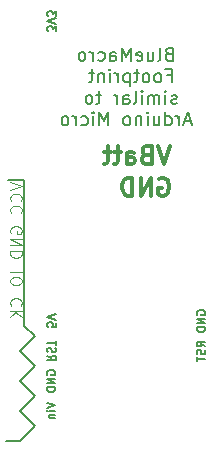
<source format=gbr>
G04 #@! TF.GenerationSoftware,KiCad,Pcbnew,(5.0.0)*
G04 #@! TF.CreationDate,2020-04-28T00:09:20-06:00*
G04 #@! TF.ProjectId,BlueMacro,426C75654D6163726F2E6B696361645F,rev?*
G04 #@! TF.SameCoordinates,Original*
G04 #@! TF.FileFunction,Legend,Bot*
G04 #@! TF.FilePolarity,Positive*
%FSLAX46Y46*%
G04 Gerber Fmt 4.6, Leading zero omitted, Abs format (unit mm)*
G04 Created by KiCad (PCBNEW (5.0.0)) date 04/28/20 00:09:20*
%MOMM*%
%LPD*%
G01*
G04 APERTURE LIST*
%ADD10C,0.170000*%
%ADD11C,0.300000*%
%ADD12C,0.200000*%
%ADD13C,0.100000*%
%ADD14C,0.150000*%
G04 APERTURE END LIST*
D10*
X51874285Y-35799428D02*
X51717142Y-35851809D01*
X51664761Y-35904190D01*
X51612380Y-36008952D01*
X51612380Y-36166095D01*
X51664761Y-36270857D01*
X51717142Y-36323238D01*
X51821904Y-36375619D01*
X52240952Y-36375619D01*
X52240952Y-35275619D01*
X51874285Y-35275619D01*
X51769523Y-35328000D01*
X51717142Y-35380380D01*
X51664761Y-35485142D01*
X51664761Y-35589904D01*
X51717142Y-35694666D01*
X51769523Y-35747047D01*
X51874285Y-35799428D01*
X52240952Y-35799428D01*
X50983809Y-36375619D02*
X51088571Y-36323238D01*
X51140952Y-36218476D01*
X51140952Y-35275619D01*
X50093333Y-35642285D02*
X50093333Y-36375619D01*
X50564761Y-35642285D02*
X50564761Y-36218476D01*
X50512380Y-36323238D01*
X50407619Y-36375619D01*
X50250476Y-36375619D01*
X50145714Y-36323238D01*
X50093333Y-36270857D01*
X49150476Y-36323238D02*
X49255238Y-36375619D01*
X49464761Y-36375619D01*
X49569523Y-36323238D01*
X49621904Y-36218476D01*
X49621904Y-35799428D01*
X49569523Y-35694666D01*
X49464761Y-35642285D01*
X49255238Y-35642285D01*
X49150476Y-35694666D01*
X49098095Y-35799428D01*
X49098095Y-35904190D01*
X49621904Y-36008952D01*
X48626666Y-36375619D02*
X48626666Y-35275619D01*
X48260000Y-36061333D01*
X47893333Y-35275619D01*
X47893333Y-36375619D01*
X46898095Y-36375619D02*
X46898095Y-35799428D01*
X46950476Y-35694666D01*
X47055238Y-35642285D01*
X47264761Y-35642285D01*
X47369523Y-35694666D01*
X46898095Y-36323238D02*
X47002857Y-36375619D01*
X47264761Y-36375619D01*
X47369523Y-36323238D01*
X47421904Y-36218476D01*
X47421904Y-36113714D01*
X47369523Y-36008952D01*
X47264761Y-35956571D01*
X47002857Y-35956571D01*
X46898095Y-35904190D01*
X45902857Y-36323238D02*
X46007619Y-36375619D01*
X46217142Y-36375619D01*
X46321904Y-36323238D01*
X46374285Y-36270857D01*
X46426666Y-36166095D01*
X46426666Y-35851809D01*
X46374285Y-35747047D01*
X46321904Y-35694666D01*
X46217142Y-35642285D01*
X46007619Y-35642285D01*
X45902857Y-35694666D01*
X45431428Y-36375619D02*
X45431428Y-35642285D01*
X45431428Y-35851809D02*
X45379047Y-35747047D01*
X45326666Y-35694666D01*
X45221904Y-35642285D01*
X45117142Y-35642285D01*
X44593333Y-36375619D02*
X44698095Y-36323238D01*
X44750476Y-36270857D01*
X44802857Y-36166095D01*
X44802857Y-35851809D01*
X44750476Y-35747047D01*
X44698095Y-35694666D01*
X44593333Y-35642285D01*
X44436190Y-35642285D01*
X44331428Y-35694666D01*
X44279047Y-35747047D01*
X44226666Y-35851809D01*
X44226666Y-36166095D01*
X44279047Y-36270857D01*
X44331428Y-36323238D01*
X44436190Y-36375619D01*
X44593333Y-36375619D01*
X51743333Y-37619428D02*
X52110000Y-37619428D01*
X52110000Y-38195619D02*
X52110000Y-37095619D01*
X51586190Y-37095619D01*
X51010000Y-38195619D02*
X51114761Y-38143238D01*
X51167142Y-38090857D01*
X51219523Y-37986095D01*
X51219523Y-37671809D01*
X51167142Y-37567047D01*
X51114761Y-37514666D01*
X51010000Y-37462285D01*
X50852857Y-37462285D01*
X50748095Y-37514666D01*
X50695714Y-37567047D01*
X50643333Y-37671809D01*
X50643333Y-37986095D01*
X50695714Y-38090857D01*
X50748095Y-38143238D01*
X50852857Y-38195619D01*
X51010000Y-38195619D01*
X50014761Y-38195619D02*
X50119523Y-38143238D01*
X50171904Y-38090857D01*
X50224285Y-37986095D01*
X50224285Y-37671809D01*
X50171904Y-37567047D01*
X50119523Y-37514666D01*
X50014761Y-37462285D01*
X49857619Y-37462285D01*
X49752857Y-37514666D01*
X49700476Y-37567047D01*
X49648095Y-37671809D01*
X49648095Y-37986095D01*
X49700476Y-38090857D01*
X49752857Y-38143238D01*
X49857619Y-38195619D01*
X50014761Y-38195619D01*
X49333809Y-37462285D02*
X48914761Y-37462285D01*
X49176666Y-37095619D02*
X49176666Y-38038476D01*
X49124285Y-38143238D01*
X49019523Y-38195619D01*
X48914761Y-38195619D01*
X48548095Y-37462285D02*
X48548095Y-38562285D01*
X48548095Y-37514666D02*
X48443333Y-37462285D01*
X48233809Y-37462285D01*
X48129047Y-37514666D01*
X48076666Y-37567047D01*
X48024285Y-37671809D01*
X48024285Y-37986095D01*
X48076666Y-38090857D01*
X48129047Y-38143238D01*
X48233809Y-38195619D01*
X48443333Y-38195619D01*
X48548095Y-38143238D01*
X47552857Y-38195619D02*
X47552857Y-37462285D01*
X47552857Y-37671809D02*
X47500476Y-37567047D01*
X47448095Y-37514666D01*
X47343333Y-37462285D01*
X47238571Y-37462285D01*
X46871904Y-38195619D02*
X46871904Y-37462285D01*
X46871904Y-37095619D02*
X46924285Y-37148000D01*
X46871904Y-37200380D01*
X46819523Y-37148000D01*
X46871904Y-37095619D01*
X46871904Y-37200380D01*
X46348095Y-37462285D02*
X46348095Y-38195619D01*
X46348095Y-37567047D02*
X46295714Y-37514666D01*
X46190952Y-37462285D01*
X46033809Y-37462285D01*
X45929047Y-37514666D01*
X45876666Y-37619428D01*
X45876666Y-38195619D01*
X45510000Y-37462285D02*
X45090952Y-37462285D01*
X45352857Y-37095619D02*
X45352857Y-38038476D01*
X45300476Y-38143238D01*
X45195714Y-38195619D01*
X45090952Y-38195619D01*
X52529047Y-39963238D02*
X52424285Y-40015619D01*
X52214761Y-40015619D01*
X52110000Y-39963238D01*
X52057619Y-39858476D01*
X52057619Y-39806095D01*
X52110000Y-39701333D01*
X52214761Y-39648952D01*
X52371904Y-39648952D01*
X52476666Y-39596571D01*
X52529047Y-39491809D01*
X52529047Y-39439428D01*
X52476666Y-39334666D01*
X52371904Y-39282285D01*
X52214761Y-39282285D01*
X52110000Y-39334666D01*
X51586190Y-40015619D02*
X51586190Y-39282285D01*
X51586190Y-38915619D02*
X51638571Y-38968000D01*
X51586190Y-39020380D01*
X51533809Y-38968000D01*
X51586190Y-38915619D01*
X51586190Y-39020380D01*
X51062380Y-40015619D02*
X51062380Y-39282285D01*
X51062380Y-39387047D02*
X51010000Y-39334666D01*
X50905238Y-39282285D01*
X50748095Y-39282285D01*
X50643333Y-39334666D01*
X50590952Y-39439428D01*
X50590952Y-40015619D01*
X50590952Y-39439428D02*
X50538571Y-39334666D01*
X50433809Y-39282285D01*
X50276666Y-39282285D01*
X50171904Y-39334666D01*
X50119523Y-39439428D01*
X50119523Y-40015619D01*
X49595714Y-40015619D02*
X49595714Y-39282285D01*
X49595714Y-38915619D02*
X49648095Y-38968000D01*
X49595714Y-39020380D01*
X49543333Y-38968000D01*
X49595714Y-38915619D01*
X49595714Y-39020380D01*
X48914761Y-40015619D02*
X49019523Y-39963238D01*
X49071904Y-39858476D01*
X49071904Y-38915619D01*
X48024285Y-40015619D02*
X48024285Y-39439428D01*
X48076666Y-39334666D01*
X48181428Y-39282285D01*
X48390952Y-39282285D01*
X48495714Y-39334666D01*
X48024285Y-39963238D02*
X48129047Y-40015619D01*
X48390952Y-40015619D01*
X48495714Y-39963238D01*
X48548095Y-39858476D01*
X48548095Y-39753714D01*
X48495714Y-39648952D01*
X48390952Y-39596571D01*
X48129047Y-39596571D01*
X48024285Y-39544190D01*
X47500476Y-40015619D02*
X47500476Y-39282285D01*
X47500476Y-39491809D02*
X47448095Y-39387047D01*
X47395714Y-39334666D01*
X47290952Y-39282285D01*
X47186190Y-39282285D01*
X46138571Y-39282285D02*
X45719523Y-39282285D01*
X45981428Y-38915619D02*
X45981428Y-39858476D01*
X45929047Y-39963238D01*
X45824285Y-40015619D01*
X45719523Y-40015619D01*
X45195714Y-40015619D02*
X45300476Y-39963238D01*
X45352857Y-39910857D01*
X45405238Y-39806095D01*
X45405238Y-39491809D01*
X45352857Y-39387047D01*
X45300476Y-39334666D01*
X45195714Y-39282285D01*
X45038571Y-39282285D01*
X44933809Y-39334666D01*
X44881428Y-39387047D01*
X44829047Y-39491809D01*
X44829047Y-39806095D01*
X44881428Y-39910857D01*
X44933809Y-39963238D01*
X45038571Y-40015619D01*
X45195714Y-40015619D01*
X53733809Y-41521333D02*
X53210000Y-41521333D01*
X53838571Y-41835619D02*
X53471904Y-40735619D01*
X53105238Y-41835619D01*
X52738571Y-41835619D02*
X52738571Y-41102285D01*
X52738571Y-41311809D02*
X52686190Y-41207047D01*
X52633809Y-41154666D01*
X52529047Y-41102285D01*
X52424285Y-41102285D01*
X51586190Y-41835619D02*
X51586190Y-40735619D01*
X51586190Y-41783238D02*
X51690952Y-41835619D01*
X51900476Y-41835619D01*
X52005238Y-41783238D01*
X52057619Y-41730857D01*
X52110000Y-41626095D01*
X52110000Y-41311809D01*
X52057619Y-41207047D01*
X52005238Y-41154666D01*
X51900476Y-41102285D01*
X51690952Y-41102285D01*
X51586190Y-41154666D01*
X50590952Y-41102285D02*
X50590952Y-41835619D01*
X51062380Y-41102285D02*
X51062380Y-41678476D01*
X51010000Y-41783238D01*
X50905238Y-41835619D01*
X50748095Y-41835619D01*
X50643333Y-41783238D01*
X50590952Y-41730857D01*
X50067142Y-41835619D02*
X50067142Y-41102285D01*
X50067142Y-40735619D02*
X50119523Y-40788000D01*
X50067142Y-40840380D01*
X50014761Y-40788000D01*
X50067142Y-40735619D01*
X50067142Y-40840380D01*
X49543333Y-41102285D02*
X49543333Y-41835619D01*
X49543333Y-41207047D02*
X49490952Y-41154666D01*
X49386190Y-41102285D01*
X49229047Y-41102285D01*
X49124285Y-41154666D01*
X49071904Y-41259428D01*
X49071904Y-41835619D01*
X48390952Y-41835619D02*
X48495714Y-41783238D01*
X48548095Y-41730857D01*
X48600476Y-41626095D01*
X48600476Y-41311809D01*
X48548095Y-41207047D01*
X48495714Y-41154666D01*
X48390952Y-41102285D01*
X48233809Y-41102285D01*
X48129047Y-41154666D01*
X48076666Y-41207047D01*
X48024285Y-41311809D01*
X48024285Y-41626095D01*
X48076666Y-41730857D01*
X48129047Y-41783238D01*
X48233809Y-41835619D01*
X48390952Y-41835619D01*
X46714761Y-41835619D02*
X46714761Y-40735619D01*
X46348095Y-41521333D01*
X45981428Y-40735619D01*
X45981428Y-41835619D01*
X45457619Y-41835619D02*
X45457619Y-41102285D01*
X45457619Y-40735619D02*
X45510000Y-40788000D01*
X45457619Y-40840380D01*
X45405238Y-40788000D01*
X45457619Y-40735619D01*
X45457619Y-40840380D01*
X44462380Y-41783238D02*
X44567142Y-41835619D01*
X44776666Y-41835619D01*
X44881428Y-41783238D01*
X44933809Y-41730857D01*
X44986190Y-41626095D01*
X44986190Y-41311809D01*
X44933809Y-41207047D01*
X44881428Y-41154666D01*
X44776666Y-41102285D01*
X44567142Y-41102285D01*
X44462380Y-41154666D01*
X43990952Y-41835619D02*
X43990952Y-41102285D01*
X43990952Y-41311809D02*
X43938571Y-41207047D01*
X43886190Y-41154666D01*
X43781428Y-41102285D01*
X43676666Y-41102285D01*
X43152857Y-41835619D02*
X43257619Y-41783238D01*
X43310000Y-41730857D01*
X43362380Y-41626095D01*
X43362380Y-41311809D01*
X43310000Y-41207047D01*
X43257619Y-41154666D01*
X43152857Y-41102285D01*
X42995714Y-41102285D01*
X42890952Y-41154666D01*
X42838571Y-41207047D01*
X42786190Y-41311809D01*
X42786190Y-41626095D01*
X42838571Y-41730857D01*
X42890952Y-41783238D01*
X42995714Y-41835619D01*
X43152857Y-41835619D01*
D11*
X51053857Y-46367000D02*
X51196714Y-46295571D01*
X51411000Y-46295571D01*
X51625285Y-46367000D01*
X51768142Y-46509857D01*
X51839571Y-46652714D01*
X51911000Y-46938428D01*
X51911000Y-47152714D01*
X51839571Y-47438428D01*
X51768142Y-47581285D01*
X51625285Y-47724142D01*
X51411000Y-47795571D01*
X51268142Y-47795571D01*
X51053857Y-47724142D01*
X50982428Y-47652714D01*
X50982428Y-47152714D01*
X51268142Y-47152714D01*
X50339571Y-47795571D02*
X50339571Y-46295571D01*
X49482428Y-47795571D01*
X49482428Y-46295571D01*
X48768142Y-47795571D02*
X48768142Y-46295571D01*
X48411000Y-46295571D01*
X48196714Y-46367000D01*
X48053857Y-46509857D01*
X47982428Y-46652714D01*
X47911000Y-46938428D01*
X47911000Y-47152714D01*
X47982428Y-47438428D01*
X48053857Y-47581285D01*
X48196714Y-47724142D01*
X48411000Y-47795571D01*
X48768142Y-47795571D01*
X51934714Y-43628571D02*
X51434714Y-45128571D01*
X50934714Y-43628571D01*
X49934714Y-44342857D02*
X49720428Y-44414285D01*
X49649000Y-44485714D01*
X49577571Y-44628571D01*
X49577571Y-44842857D01*
X49649000Y-44985714D01*
X49720428Y-45057142D01*
X49863285Y-45128571D01*
X50434714Y-45128571D01*
X50434714Y-43628571D01*
X49934714Y-43628571D01*
X49791857Y-43700000D01*
X49720428Y-43771428D01*
X49649000Y-43914285D01*
X49649000Y-44057142D01*
X49720428Y-44200000D01*
X49791857Y-44271428D01*
X49934714Y-44342857D01*
X50434714Y-44342857D01*
X48291857Y-45128571D02*
X48291857Y-44342857D01*
X48363285Y-44200000D01*
X48506142Y-44128571D01*
X48791857Y-44128571D01*
X48934714Y-44200000D01*
X48291857Y-45057142D02*
X48434714Y-45128571D01*
X48791857Y-45128571D01*
X48934714Y-45057142D01*
X49006142Y-44914285D01*
X49006142Y-44771428D01*
X48934714Y-44628571D01*
X48791857Y-44557142D01*
X48434714Y-44557142D01*
X48291857Y-44485714D01*
X47791857Y-44128571D02*
X47220428Y-44128571D01*
X47577571Y-43628571D02*
X47577571Y-44914285D01*
X47506142Y-45057142D01*
X47363285Y-45128571D01*
X47220428Y-45128571D01*
X46934714Y-44128571D02*
X46363285Y-44128571D01*
X46720428Y-43628571D02*
X46720428Y-44914285D01*
X46649000Y-45057142D01*
X46506142Y-45128571D01*
X46363285Y-45128571D01*
D12*
X39624000Y-58801000D02*
X40513000Y-59690000D01*
X39243000Y-68580000D02*
X38100000Y-68580000D01*
X40513000Y-67310000D02*
X39243000Y-68580000D01*
X39243000Y-66040000D02*
X40513000Y-67310000D01*
X40513000Y-64770000D02*
X39243000Y-66040000D01*
X39243000Y-63500000D02*
X40513000Y-64770000D01*
X40513000Y-62230000D02*
X39243000Y-63500000D01*
X39243000Y-60960000D02*
X40513000Y-62230000D01*
X40513000Y-59690000D02*
X39243000Y-60960000D01*
X39624000Y-46482000D02*
X39624000Y-58801000D01*
X38227000Y-46482000D02*
X39624000Y-46482000D01*
D13*
X38441380Y-46689095D02*
X39441380Y-47022428D01*
X38441380Y-47355761D01*
X39346142Y-48260523D02*
X39393761Y-48212904D01*
X39441380Y-48070047D01*
X39441380Y-47974809D01*
X39393761Y-47831952D01*
X39298523Y-47736714D01*
X39203285Y-47689095D01*
X39012809Y-47641476D01*
X38869952Y-47641476D01*
X38679476Y-47689095D01*
X38584238Y-47736714D01*
X38489000Y-47831952D01*
X38441380Y-47974809D01*
X38441380Y-48070047D01*
X38489000Y-48212904D01*
X38536619Y-48260523D01*
X39346142Y-49260523D02*
X39393761Y-49212904D01*
X39441380Y-49070047D01*
X39441380Y-48974809D01*
X39393761Y-48831952D01*
X39298523Y-48736714D01*
X39203285Y-48689095D01*
X39012809Y-48641476D01*
X38869952Y-48641476D01*
X38679476Y-48689095D01*
X38584238Y-48736714D01*
X38489000Y-48831952D01*
X38441380Y-48974809D01*
X38441380Y-49070047D01*
X38489000Y-49212904D01*
X38536619Y-49260523D01*
X38489000Y-50974809D02*
X38441380Y-50879571D01*
X38441380Y-50736714D01*
X38489000Y-50593857D01*
X38584238Y-50498619D01*
X38679476Y-50451000D01*
X38869952Y-50403380D01*
X39012809Y-50403380D01*
X39203285Y-50451000D01*
X39298523Y-50498619D01*
X39393761Y-50593857D01*
X39441380Y-50736714D01*
X39441380Y-50831952D01*
X39393761Y-50974809D01*
X39346142Y-51022428D01*
X39012809Y-51022428D01*
X39012809Y-50831952D01*
X39441380Y-51451000D02*
X38441380Y-51451000D01*
X39441380Y-52022428D01*
X38441380Y-52022428D01*
X39441380Y-52498619D02*
X38441380Y-52498619D01*
X38441380Y-52736714D01*
X38489000Y-52879571D01*
X38584238Y-52974809D01*
X38679476Y-53022428D01*
X38869952Y-53070047D01*
X39012809Y-53070047D01*
X39203285Y-53022428D01*
X39298523Y-52974809D01*
X39393761Y-52879571D01*
X39441380Y-52736714D01*
X39441380Y-52498619D01*
X39441380Y-54260523D02*
X38441380Y-54260523D01*
X38441380Y-54927190D02*
X38441380Y-55117666D01*
X38489000Y-55212904D01*
X38584238Y-55308142D01*
X38774714Y-55355761D01*
X39108047Y-55355761D01*
X39298523Y-55308142D01*
X39393761Y-55212904D01*
X39441380Y-55117666D01*
X39441380Y-54927190D01*
X39393761Y-54831952D01*
X39298523Y-54736714D01*
X39108047Y-54689095D01*
X38774714Y-54689095D01*
X38584238Y-54736714D01*
X38489000Y-54831952D01*
X38441380Y-54927190D01*
X39346142Y-57117666D02*
X39393761Y-57070047D01*
X39441380Y-56927190D01*
X39441380Y-56831952D01*
X39393761Y-56689095D01*
X39298523Y-56593857D01*
X39203285Y-56546238D01*
X39012809Y-56498619D01*
X38869952Y-56498619D01*
X38679476Y-56546238D01*
X38584238Y-56593857D01*
X38489000Y-56689095D01*
X38441380Y-56831952D01*
X38441380Y-56927190D01*
X38489000Y-57070047D01*
X38536619Y-57117666D01*
X39441380Y-57546238D02*
X38441380Y-57546238D01*
X39441380Y-58117666D02*
X38869952Y-57689095D01*
X38441380Y-58117666D02*
X39012809Y-57546238D01*
G04 #@! TO.C,U4*
D14*
X42293333Y-33886666D02*
X42293333Y-33453333D01*
X42026666Y-33686666D01*
X42026666Y-33586666D01*
X41993333Y-33520000D01*
X41960000Y-33486666D01*
X41893333Y-33453333D01*
X41726666Y-33453333D01*
X41660000Y-33486666D01*
X41626666Y-33520000D01*
X41593333Y-33586666D01*
X41593333Y-33786666D01*
X41626666Y-33853333D01*
X41660000Y-33886666D01*
X42293333Y-33253333D02*
X41593333Y-33020000D01*
X42293333Y-32786666D01*
X42293333Y-32620000D02*
X42293333Y-32186666D01*
X42026666Y-32420000D01*
X42026666Y-32320000D01*
X41993333Y-32253333D01*
X41960000Y-32220000D01*
X41893333Y-32186666D01*
X41726666Y-32186666D01*
X41660000Y-32220000D01*
X41626666Y-32253333D01*
X41593333Y-32320000D01*
X41593333Y-32520000D01*
X41626666Y-32586666D01*
X41660000Y-32620000D01*
X41593333Y-61343333D02*
X41926666Y-61576666D01*
X41593333Y-61743333D02*
X42293333Y-61743333D01*
X42293333Y-61476666D01*
X42260000Y-61410000D01*
X42226666Y-61376666D01*
X42160000Y-61343333D01*
X42060000Y-61343333D01*
X41993333Y-61376666D01*
X41960000Y-61410000D01*
X41926666Y-61476666D01*
X41926666Y-61743333D01*
X41626666Y-61076666D02*
X41593333Y-60976666D01*
X41593333Y-60810000D01*
X41626666Y-60743333D01*
X41660000Y-60710000D01*
X41726666Y-60676666D01*
X41793333Y-60676666D01*
X41860000Y-60710000D01*
X41893333Y-60743333D01*
X41926666Y-60810000D01*
X41960000Y-60943333D01*
X41993333Y-61010000D01*
X42026666Y-61043333D01*
X42093333Y-61076666D01*
X42160000Y-61076666D01*
X42226666Y-61043333D01*
X42260000Y-61010000D01*
X42293333Y-60943333D01*
X42293333Y-60776666D01*
X42260000Y-60676666D01*
X42293333Y-60476666D02*
X42293333Y-60076666D01*
X41593333Y-60276666D02*
X42293333Y-60276666D01*
X54260000Y-57886666D02*
X54226666Y-57820000D01*
X54226666Y-57720000D01*
X54260000Y-57620000D01*
X54326666Y-57553333D01*
X54393333Y-57520000D01*
X54526666Y-57486666D01*
X54626666Y-57486666D01*
X54760000Y-57520000D01*
X54826666Y-57553333D01*
X54893333Y-57620000D01*
X54926666Y-57720000D01*
X54926666Y-57786666D01*
X54893333Y-57886666D01*
X54860000Y-57920000D01*
X54626666Y-57920000D01*
X54626666Y-57786666D01*
X54926666Y-58220000D02*
X54226666Y-58220000D01*
X54926666Y-58620000D01*
X54226666Y-58620000D01*
X54926666Y-58953333D02*
X54226666Y-58953333D01*
X54226666Y-59120000D01*
X54260000Y-59220000D01*
X54326666Y-59286666D01*
X54393333Y-59320000D01*
X54526666Y-59353333D01*
X54626666Y-59353333D01*
X54760000Y-59320000D01*
X54826666Y-59286666D01*
X54893333Y-59220000D01*
X54926666Y-59120000D01*
X54926666Y-58953333D01*
X42293333Y-58553333D02*
X42293333Y-58886666D01*
X41960000Y-58920000D01*
X41993333Y-58886666D01*
X42026666Y-58820000D01*
X42026666Y-58653333D01*
X41993333Y-58586666D01*
X41960000Y-58553333D01*
X41893333Y-58520000D01*
X41726666Y-58520000D01*
X41660000Y-58553333D01*
X41626666Y-58586666D01*
X41593333Y-58653333D01*
X41593333Y-58820000D01*
X41626666Y-58886666D01*
X41660000Y-58920000D01*
X42293333Y-58320000D02*
X41593333Y-58086666D01*
X42293333Y-57853333D01*
X54926666Y-60576666D02*
X54593333Y-60343333D01*
X54926666Y-60176666D02*
X54226666Y-60176666D01*
X54226666Y-60443333D01*
X54260000Y-60510000D01*
X54293333Y-60543333D01*
X54360000Y-60576666D01*
X54460000Y-60576666D01*
X54526666Y-60543333D01*
X54560000Y-60510000D01*
X54593333Y-60443333D01*
X54593333Y-60176666D01*
X54893333Y-60843333D02*
X54926666Y-60943333D01*
X54926666Y-61110000D01*
X54893333Y-61176666D01*
X54860000Y-61210000D01*
X54793333Y-61243333D01*
X54726666Y-61243333D01*
X54660000Y-61210000D01*
X54626666Y-61176666D01*
X54593333Y-61110000D01*
X54560000Y-60976666D01*
X54526666Y-60910000D01*
X54493333Y-60876666D01*
X54426666Y-60843333D01*
X54360000Y-60843333D01*
X54293333Y-60876666D01*
X54260000Y-60910000D01*
X54226666Y-60976666D01*
X54226666Y-61143333D01*
X54260000Y-61243333D01*
X54226666Y-61443333D02*
X54226666Y-61843333D01*
X54926666Y-61643333D02*
X54226666Y-61643333D01*
X41560000Y-62966666D02*
X41526666Y-62900000D01*
X41526666Y-62800000D01*
X41560000Y-62700000D01*
X41626666Y-62633333D01*
X41693333Y-62600000D01*
X41826666Y-62566666D01*
X41926666Y-62566666D01*
X42060000Y-62600000D01*
X42126666Y-62633333D01*
X42193333Y-62700000D01*
X42226666Y-62800000D01*
X42226666Y-62866666D01*
X42193333Y-62966666D01*
X42160000Y-63000000D01*
X41926666Y-63000000D01*
X41926666Y-62866666D01*
X42226666Y-63300000D02*
X41526666Y-63300000D01*
X42226666Y-63700000D01*
X41526666Y-63700000D01*
X42226666Y-64033333D02*
X41526666Y-64033333D01*
X41526666Y-64200000D01*
X41560000Y-64300000D01*
X41626666Y-64366666D01*
X41693333Y-64400000D01*
X41826666Y-64433333D01*
X41926666Y-64433333D01*
X42060000Y-64400000D01*
X42126666Y-64366666D01*
X42193333Y-64300000D01*
X42226666Y-64200000D01*
X42226666Y-64033333D01*
X41526666Y-65323333D02*
X42226666Y-65556666D01*
X41526666Y-65790000D01*
X42226666Y-66023333D02*
X41760000Y-66023333D01*
X41526666Y-66023333D02*
X41560000Y-65990000D01*
X41593333Y-66023333D01*
X41560000Y-66056666D01*
X41526666Y-66023333D01*
X41593333Y-66023333D01*
X41760000Y-66356666D02*
X42226666Y-66356666D01*
X41826666Y-66356666D02*
X41793333Y-66390000D01*
X41760000Y-66456666D01*
X41760000Y-66556666D01*
X41793333Y-66623333D01*
X41860000Y-66656666D01*
X42226666Y-66656666D01*
G04 #@! TD*
M02*

</source>
